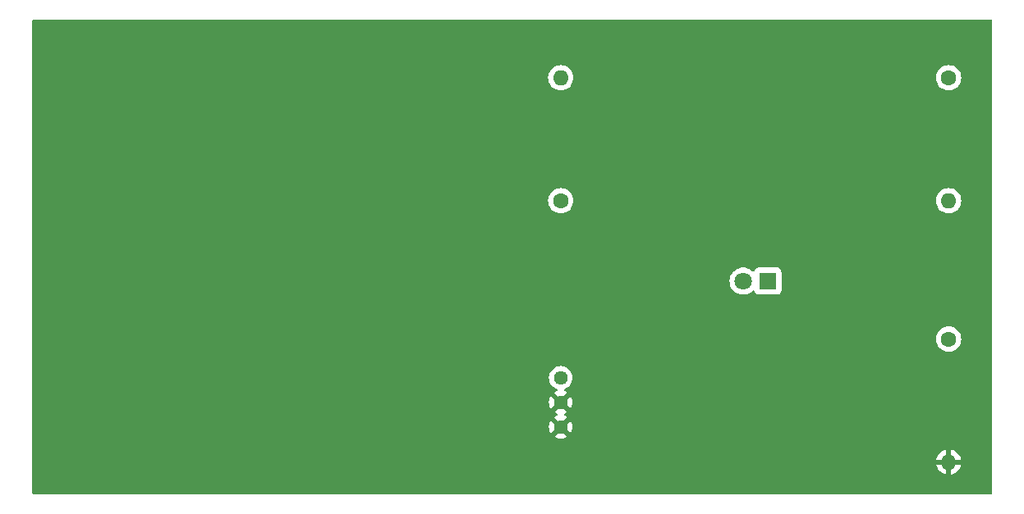
<source format=gbr>
%TF.GenerationSoftware,KiCad,Pcbnew,8.0.7*%
%TF.CreationDate,2025-01-07T09:59:24+09:00*%
%TF.ProjectId,WheatstoneBridge,57686561-7473-4746-9f6e-654272696467,rev?*%
%TF.SameCoordinates,Original*%
%TF.FileFunction,Copper,L2,Bot*%
%TF.FilePolarity,Positive*%
%FSLAX46Y46*%
G04 Gerber Fmt 4.6, Leading zero omitted, Abs format (unit mm)*
G04 Created by KiCad (PCBNEW 8.0.7) date 2025-01-07 09:59:24*
%MOMM*%
%LPD*%
G01*
G04 APERTURE LIST*
%TA.AperFunction,ComponentPad*%
%ADD10R,1.800000X1.800000*%
%TD*%
%TA.AperFunction,ComponentPad*%
%ADD11C,1.800000*%
%TD*%
%TA.AperFunction,ComponentPad*%
%ADD12C,1.440000*%
%TD*%
%TA.AperFunction,ComponentPad*%
%ADD13C,1.600000*%
%TD*%
%TA.AperFunction,ComponentPad*%
%ADD14O,1.600000X1.600000*%
%TD*%
G04 APERTURE END LIST*
D10*
%TO.P,D1,1,K*%
%TO.N,Net-(D1-K)*%
X176350000Y-77500000D03*
D11*
%TO.P,D1,2,A*%
%TO.N,Net-(D1-A)*%
X173810000Y-77500000D03*
%TD*%
D12*
%TO.P,RV1,1,1*%
%TO.N,GND*%
X155000000Y-92580000D03*
%TO.P,RV1,2,2*%
X155000000Y-90040000D03*
%TO.P,RV1,3,3*%
%TO.N,Net-(D1-A)*%
X155000000Y-87500000D03*
%TD*%
D13*
%TO.P,R1,1*%
%TO.N,Net-(D1-A)*%
X155000000Y-69200000D03*
D14*
%TO.P,R1,2*%
%TO.N,VCC*%
X155000000Y-56500000D03*
%TD*%
D13*
%TO.P,R3,1*%
%TO.N,Net-(D1-K)*%
X195000000Y-83500000D03*
D14*
%TO.P,R3,2*%
%TO.N,GND*%
X195000000Y-96200000D03*
%TD*%
D13*
%TO.P,R2,1*%
%TO.N,VCC*%
X195000000Y-56500000D03*
D14*
%TO.P,R2,2*%
%TO.N,Net-(D1-K)*%
X195000000Y-69200000D03*
%TD*%
%TA.AperFunction,Conductor*%
%TO.N,GND*%
G36*
X199442539Y-50520185D02*
G01*
X199488294Y-50572989D01*
X199499500Y-50624500D01*
X199499500Y-99375500D01*
X199479815Y-99442539D01*
X199427011Y-99488294D01*
X199375500Y-99499500D01*
X100624500Y-99499500D01*
X100557461Y-99479815D01*
X100511706Y-99427011D01*
X100500500Y-99375500D01*
X100500500Y-95949999D01*
X193721127Y-95949999D01*
X193721128Y-95950000D01*
X194684314Y-95950000D01*
X194679920Y-95954394D01*
X194627259Y-96045606D01*
X194600000Y-96147339D01*
X194600000Y-96252661D01*
X194627259Y-96354394D01*
X194679920Y-96445606D01*
X194684314Y-96450000D01*
X193721128Y-96450000D01*
X193773730Y-96646317D01*
X193773734Y-96646326D01*
X193869865Y-96852482D01*
X194000342Y-97038820D01*
X194161179Y-97199657D01*
X194347517Y-97330134D01*
X194553673Y-97426265D01*
X194553682Y-97426269D01*
X194749999Y-97478872D01*
X194750000Y-97478871D01*
X194750000Y-96515686D01*
X194754394Y-96520080D01*
X194845606Y-96572741D01*
X194947339Y-96600000D01*
X195052661Y-96600000D01*
X195154394Y-96572741D01*
X195245606Y-96520080D01*
X195250000Y-96515686D01*
X195250000Y-97478872D01*
X195446317Y-97426269D01*
X195446326Y-97426265D01*
X195652482Y-97330134D01*
X195838820Y-97199657D01*
X195999657Y-97038820D01*
X196130134Y-96852482D01*
X196226265Y-96646326D01*
X196226269Y-96646317D01*
X196278872Y-96450000D01*
X195315686Y-96450000D01*
X195320080Y-96445606D01*
X195372741Y-96354394D01*
X195400000Y-96252661D01*
X195400000Y-96147339D01*
X195372741Y-96045606D01*
X195320080Y-95954394D01*
X195315686Y-95950000D01*
X196278872Y-95950000D01*
X196278872Y-95949999D01*
X196226269Y-95753682D01*
X196226265Y-95753673D01*
X196130134Y-95547517D01*
X195999657Y-95361179D01*
X195838820Y-95200342D01*
X195652482Y-95069865D01*
X195446328Y-94973734D01*
X195250000Y-94921127D01*
X195250000Y-95884314D01*
X195245606Y-95879920D01*
X195154394Y-95827259D01*
X195052661Y-95800000D01*
X194947339Y-95800000D01*
X194845606Y-95827259D01*
X194754394Y-95879920D01*
X194750000Y-95884314D01*
X194750000Y-94921127D01*
X194553671Y-94973734D01*
X194347517Y-95069865D01*
X194161179Y-95200342D01*
X194000342Y-95361179D01*
X193869865Y-95547517D01*
X193773734Y-95753673D01*
X193773730Y-95753682D01*
X193721127Y-95949999D01*
X100500500Y-95949999D01*
X100500500Y-87499998D01*
X153774838Y-87499998D01*
X153774838Y-87500001D01*
X153793450Y-87712741D01*
X153793452Y-87712752D01*
X153848721Y-87919022D01*
X153848723Y-87919026D01*
X153848724Y-87919030D01*
X153891171Y-88010058D01*
X153938977Y-88112578D01*
X154061472Y-88287521D01*
X154212478Y-88438527D01*
X154212481Y-88438529D01*
X154387419Y-88561021D01*
X154387421Y-88561022D01*
X154387420Y-88561022D01*
X154451936Y-88591106D01*
X154580970Y-88651276D01*
X154580983Y-88651279D01*
X154586064Y-88653130D01*
X154585390Y-88654978D01*
X154637680Y-88686857D01*
X154668204Y-88749707D01*
X154659903Y-88819082D01*
X154615413Y-88872956D01*
X154585904Y-88886432D01*
X154586236Y-88887342D01*
X154581140Y-88889197D01*
X154387671Y-88979412D01*
X154387669Y-88979413D01*
X154331969Y-89018415D01*
X154331968Y-89018415D01*
X154953554Y-89640000D01*
X154947339Y-89640000D01*
X154845606Y-89667259D01*
X154754394Y-89719920D01*
X154679920Y-89794394D01*
X154627259Y-89885606D01*
X154600000Y-89987339D01*
X154600000Y-89993553D01*
X153978415Y-89371968D01*
X153978415Y-89371969D01*
X153939413Y-89427669D01*
X153939412Y-89427671D01*
X153849197Y-89621140D01*
X153849194Y-89621146D01*
X153793945Y-89827337D01*
X153793944Y-89827345D01*
X153775340Y-90039997D01*
X153775340Y-90040002D01*
X153793944Y-90252654D01*
X153793945Y-90252662D01*
X153849194Y-90458853D01*
X153849197Y-90458859D01*
X153939413Y-90652329D01*
X153978415Y-90708030D01*
X154600000Y-90086445D01*
X154600000Y-90092661D01*
X154627259Y-90194394D01*
X154679920Y-90285606D01*
X154754394Y-90360080D01*
X154845606Y-90412741D01*
X154947339Y-90440000D01*
X154953554Y-90440000D01*
X154331968Y-91061584D01*
X154387663Y-91100582D01*
X154387669Y-91100586D01*
X154581140Y-91190802D01*
X154586236Y-91192658D01*
X154585643Y-91194285D01*
X154638645Y-91226596D01*
X154669170Y-91289445D01*
X154660871Y-91358820D01*
X154616383Y-91412695D01*
X154585961Y-91426587D01*
X154586236Y-91427342D01*
X154581140Y-91429197D01*
X154387671Y-91519412D01*
X154387669Y-91519413D01*
X154331969Y-91558415D01*
X154331968Y-91558415D01*
X154953554Y-92180000D01*
X154947339Y-92180000D01*
X154845606Y-92207259D01*
X154754394Y-92259920D01*
X154679920Y-92334394D01*
X154627259Y-92425606D01*
X154600000Y-92527339D01*
X154600000Y-92533553D01*
X153978415Y-91911968D01*
X153978415Y-91911969D01*
X153939413Y-91967669D01*
X153939412Y-91967671D01*
X153849197Y-92161140D01*
X153849194Y-92161146D01*
X153793945Y-92367337D01*
X153793944Y-92367345D01*
X153775340Y-92579997D01*
X153775340Y-92580002D01*
X153793944Y-92792654D01*
X153793945Y-92792662D01*
X153849194Y-92998853D01*
X153849197Y-92998859D01*
X153939413Y-93192329D01*
X153978415Y-93248030D01*
X154600000Y-92626445D01*
X154600000Y-92632661D01*
X154627259Y-92734394D01*
X154679920Y-92825606D01*
X154754394Y-92900080D01*
X154845606Y-92952741D01*
X154947339Y-92980000D01*
X154953554Y-92980000D01*
X154331968Y-93601584D01*
X154387663Y-93640582D01*
X154387669Y-93640586D01*
X154581140Y-93730802D01*
X154581146Y-93730805D01*
X154787337Y-93786054D01*
X154787345Y-93786055D01*
X154999998Y-93804660D01*
X155000002Y-93804660D01*
X155212654Y-93786055D01*
X155212662Y-93786054D01*
X155418853Y-93730805D01*
X155418864Y-93730801D01*
X155612325Y-93640589D01*
X155668030Y-93601583D01*
X155046447Y-92980000D01*
X155052661Y-92980000D01*
X155154394Y-92952741D01*
X155245606Y-92900080D01*
X155320080Y-92825606D01*
X155372741Y-92734394D01*
X155400000Y-92632661D01*
X155400000Y-92626446D01*
X156021583Y-93248029D01*
X156060589Y-93192325D01*
X156150801Y-92998864D01*
X156150805Y-92998853D01*
X156206054Y-92792662D01*
X156206055Y-92792654D01*
X156224660Y-92580002D01*
X156224660Y-92579997D01*
X156206055Y-92367345D01*
X156206054Y-92367337D01*
X156150805Y-92161146D01*
X156150802Y-92161140D01*
X156060586Y-91967669D01*
X156060582Y-91967663D01*
X156021584Y-91911968D01*
X155400000Y-92533552D01*
X155400000Y-92527339D01*
X155372741Y-92425606D01*
X155320080Y-92334394D01*
X155245606Y-92259920D01*
X155154394Y-92207259D01*
X155052661Y-92180000D01*
X155046447Y-92180000D01*
X155668030Y-91558415D01*
X155612329Y-91519413D01*
X155418859Y-91429197D01*
X155413764Y-91427342D01*
X155414357Y-91425712D01*
X155361361Y-91393412D01*
X155330830Y-91330565D01*
X155339124Y-91261190D01*
X155383608Y-91207311D01*
X155414039Y-91193413D01*
X155413764Y-91192658D01*
X155418864Y-91190801D01*
X155612325Y-91100589D01*
X155668030Y-91061583D01*
X155046447Y-90440000D01*
X155052661Y-90440000D01*
X155154394Y-90412741D01*
X155245606Y-90360080D01*
X155320080Y-90285606D01*
X155372741Y-90194394D01*
X155400000Y-90092661D01*
X155400000Y-90086446D01*
X156021583Y-90708029D01*
X156060589Y-90652325D01*
X156150801Y-90458864D01*
X156150805Y-90458853D01*
X156206054Y-90252662D01*
X156206055Y-90252654D01*
X156224660Y-90040002D01*
X156224660Y-90039997D01*
X156206055Y-89827345D01*
X156206054Y-89827337D01*
X156150805Y-89621146D01*
X156150802Y-89621140D01*
X156060586Y-89427669D01*
X156060582Y-89427663D01*
X156021584Y-89371968D01*
X155400000Y-89993552D01*
X155400000Y-89987339D01*
X155372741Y-89885606D01*
X155320080Y-89794394D01*
X155245606Y-89719920D01*
X155154394Y-89667259D01*
X155052661Y-89640000D01*
X155046447Y-89640000D01*
X155668030Y-89018415D01*
X155612329Y-88979413D01*
X155418859Y-88889197D01*
X155413764Y-88887342D01*
X155414455Y-88885443D01*
X155362325Y-88853667D01*
X155331797Y-88790820D01*
X155340093Y-88721444D01*
X155384579Y-88667567D01*
X155414257Y-88654014D01*
X155413936Y-88653130D01*
X155419013Y-88651280D01*
X155419030Y-88651276D01*
X155612581Y-88561021D01*
X155787519Y-88438529D01*
X155938529Y-88287519D01*
X156061021Y-88112581D01*
X156151276Y-87919030D01*
X156206549Y-87712747D01*
X156225162Y-87500000D01*
X156206549Y-87287253D01*
X156151276Y-87080970D01*
X156061021Y-86887419D01*
X155938529Y-86712481D01*
X155938527Y-86712478D01*
X155787521Y-86561472D01*
X155612578Y-86438977D01*
X155612579Y-86438977D01*
X155483547Y-86378809D01*
X155419030Y-86348724D01*
X155419026Y-86348723D01*
X155419022Y-86348721D01*
X155212752Y-86293452D01*
X155212748Y-86293451D01*
X155212747Y-86293451D01*
X155212746Y-86293450D01*
X155212741Y-86293450D01*
X155000002Y-86274838D01*
X154999998Y-86274838D01*
X154787258Y-86293450D01*
X154787247Y-86293452D01*
X154580977Y-86348721D01*
X154580968Y-86348725D01*
X154387421Y-86438977D01*
X154212478Y-86561472D01*
X154061472Y-86712478D01*
X153938977Y-86887421D01*
X153848725Y-87080968D01*
X153848721Y-87080977D01*
X153793452Y-87287247D01*
X153793450Y-87287258D01*
X153774838Y-87499998D01*
X100500500Y-87499998D01*
X100500500Y-83499998D01*
X193694532Y-83499998D01*
X193694532Y-83500001D01*
X193714364Y-83726686D01*
X193714366Y-83726697D01*
X193773258Y-83946488D01*
X193773261Y-83946497D01*
X193869431Y-84152732D01*
X193869432Y-84152734D01*
X193999954Y-84339141D01*
X194160858Y-84500045D01*
X194160861Y-84500047D01*
X194347266Y-84630568D01*
X194553504Y-84726739D01*
X194773308Y-84785635D01*
X194935230Y-84799801D01*
X194999998Y-84805468D01*
X195000000Y-84805468D01*
X195000002Y-84805468D01*
X195056673Y-84800509D01*
X195226692Y-84785635D01*
X195446496Y-84726739D01*
X195652734Y-84630568D01*
X195839139Y-84500047D01*
X196000047Y-84339139D01*
X196130568Y-84152734D01*
X196226739Y-83946496D01*
X196285635Y-83726692D01*
X196305468Y-83500000D01*
X196285635Y-83273308D01*
X196226739Y-83053504D01*
X196130568Y-82847266D01*
X196000047Y-82660861D01*
X196000045Y-82660858D01*
X195839141Y-82499954D01*
X195652734Y-82369432D01*
X195652732Y-82369431D01*
X195446497Y-82273261D01*
X195446488Y-82273258D01*
X195226697Y-82214366D01*
X195226693Y-82214365D01*
X195226692Y-82214365D01*
X195226691Y-82214364D01*
X195226686Y-82214364D01*
X195000002Y-82194532D01*
X194999998Y-82194532D01*
X194773313Y-82214364D01*
X194773302Y-82214366D01*
X194553511Y-82273258D01*
X194553502Y-82273261D01*
X194347267Y-82369431D01*
X194347265Y-82369432D01*
X194160858Y-82499954D01*
X193999954Y-82660858D01*
X193869432Y-82847265D01*
X193869431Y-82847267D01*
X193773261Y-83053502D01*
X193773258Y-83053511D01*
X193714366Y-83273302D01*
X193714364Y-83273313D01*
X193694532Y-83499998D01*
X100500500Y-83499998D01*
X100500500Y-77499993D01*
X172404700Y-77499993D01*
X172404700Y-77500006D01*
X172423864Y-77731297D01*
X172423866Y-77731308D01*
X172480842Y-77956300D01*
X172574075Y-78168848D01*
X172701016Y-78363147D01*
X172701019Y-78363151D01*
X172701021Y-78363153D01*
X172858216Y-78533913D01*
X172858219Y-78533915D01*
X172858222Y-78533918D01*
X173041365Y-78676464D01*
X173041371Y-78676468D01*
X173041374Y-78676470D01*
X173245497Y-78786936D01*
X173359487Y-78826068D01*
X173465015Y-78862297D01*
X173465017Y-78862297D01*
X173465019Y-78862298D01*
X173693951Y-78900500D01*
X173693952Y-78900500D01*
X173926048Y-78900500D01*
X173926049Y-78900500D01*
X174154981Y-78862298D01*
X174374503Y-78786936D01*
X174578626Y-78676470D01*
X174761784Y-78533913D01*
X174770130Y-78524846D01*
X174830010Y-78488854D01*
X174899849Y-78490949D01*
X174957468Y-78530469D01*
X174977544Y-78565491D01*
X175006203Y-78642330D01*
X175006206Y-78642335D01*
X175092452Y-78757544D01*
X175092455Y-78757547D01*
X175207664Y-78843793D01*
X175207671Y-78843797D01*
X175342517Y-78894091D01*
X175342516Y-78894091D01*
X175349444Y-78894835D01*
X175402127Y-78900500D01*
X177297872Y-78900499D01*
X177357483Y-78894091D01*
X177492331Y-78843796D01*
X177607546Y-78757546D01*
X177693796Y-78642331D01*
X177744091Y-78507483D01*
X177750500Y-78447873D01*
X177750499Y-76552128D01*
X177744091Y-76492517D01*
X177734233Y-76466087D01*
X177693797Y-76357671D01*
X177693793Y-76357664D01*
X177607547Y-76242455D01*
X177607544Y-76242452D01*
X177492335Y-76156206D01*
X177492328Y-76156202D01*
X177357482Y-76105908D01*
X177357483Y-76105908D01*
X177297883Y-76099501D01*
X177297881Y-76099500D01*
X177297873Y-76099500D01*
X177297864Y-76099500D01*
X175402129Y-76099500D01*
X175402123Y-76099501D01*
X175342516Y-76105908D01*
X175207671Y-76156202D01*
X175207664Y-76156206D01*
X175092455Y-76242452D01*
X175092452Y-76242455D01*
X175006206Y-76357664D01*
X175006203Y-76357670D01*
X174977544Y-76434508D01*
X174935672Y-76490441D01*
X174870208Y-76514858D01*
X174801935Y-76500006D01*
X174770135Y-76475158D01*
X174761784Y-76466087D01*
X174761778Y-76466082D01*
X174761777Y-76466081D01*
X174578634Y-76323535D01*
X174578628Y-76323531D01*
X174374504Y-76213064D01*
X174374495Y-76213061D01*
X174154984Y-76137702D01*
X173964450Y-76105908D01*
X173926049Y-76099500D01*
X173693951Y-76099500D01*
X173655550Y-76105908D01*
X173465015Y-76137702D01*
X173245504Y-76213061D01*
X173245495Y-76213064D01*
X173041371Y-76323531D01*
X173041365Y-76323535D01*
X172858222Y-76466081D01*
X172858219Y-76466084D01*
X172858216Y-76466086D01*
X172858216Y-76466087D01*
X172813319Y-76514858D01*
X172701016Y-76636852D01*
X172574075Y-76831151D01*
X172480842Y-77043699D01*
X172423866Y-77268691D01*
X172423864Y-77268702D01*
X172404700Y-77499993D01*
X100500500Y-77499993D01*
X100500500Y-69199998D01*
X153694532Y-69199998D01*
X153694532Y-69200001D01*
X153714364Y-69426686D01*
X153714366Y-69426697D01*
X153773258Y-69646488D01*
X153773261Y-69646497D01*
X153869431Y-69852732D01*
X153869432Y-69852734D01*
X153999954Y-70039141D01*
X154160858Y-70200045D01*
X154160861Y-70200047D01*
X154347266Y-70330568D01*
X154553504Y-70426739D01*
X154773308Y-70485635D01*
X154935230Y-70499801D01*
X154999998Y-70505468D01*
X155000000Y-70505468D01*
X155000002Y-70505468D01*
X155056673Y-70500509D01*
X155226692Y-70485635D01*
X155446496Y-70426739D01*
X155652734Y-70330568D01*
X155839139Y-70200047D01*
X156000047Y-70039139D01*
X156130568Y-69852734D01*
X156226739Y-69646496D01*
X156285635Y-69426692D01*
X156305468Y-69200000D01*
X156305468Y-69199998D01*
X193694532Y-69199998D01*
X193694532Y-69200001D01*
X193714364Y-69426686D01*
X193714366Y-69426697D01*
X193773258Y-69646488D01*
X193773261Y-69646497D01*
X193869431Y-69852732D01*
X193869432Y-69852734D01*
X193999954Y-70039141D01*
X194160858Y-70200045D01*
X194160861Y-70200047D01*
X194347266Y-70330568D01*
X194553504Y-70426739D01*
X194773308Y-70485635D01*
X194935230Y-70499801D01*
X194999998Y-70505468D01*
X195000000Y-70505468D01*
X195000002Y-70505468D01*
X195056673Y-70500509D01*
X195226692Y-70485635D01*
X195446496Y-70426739D01*
X195652734Y-70330568D01*
X195839139Y-70200047D01*
X196000047Y-70039139D01*
X196130568Y-69852734D01*
X196226739Y-69646496D01*
X196285635Y-69426692D01*
X196305468Y-69200000D01*
X196285635Y-68973308D01*
X196226739Y-68753504D01*
X196130568Y-68547266D01*
X196000047Y-68360861D01*
X196000045Y-68360858D01*
X195839141Y-68199954D01*
X195652734Y-68069432D01*
X195652732Y-68069431D01*
X195446497Y-67973261D01*
X195446488Y-67973258D01*
X195226697Y-67914366D01*
X195226693Y-67914365D01*
X195226692Y-67914365D01*
X195226691Y-67914364D01*
X195226686Y-67914364D01*
X195000002Y-67894532D01*
X194999998Y-67894532D01*
X194773313Y-67914364D01*
X194773302Y-67914366D01*
X194553511Y-67973258D01*
X194553502Y-67973261D01*
X194347267Y-68069431D01*
X194347265Y-68069432D01*
X194160858Y-68199954D01*
X193999954Y-68360858D01*
X193869432Y-68547265D01*
X193869431Y-68547267D01*
X193773261Y-68753502D01*
X193773258Y-68753511D01*
X193714366Y-68973302D01*
X193714364Y-68973313D01*
X193694532Y-69199998D01*
X156305468Y-69199998D01*
X156285635Y-68973308D01*
X156226739Y-68753504D01*
X156130568Y-68547266D01*
X156000047Y-68360861D01*
X156000045Y-68360858D01*
X155839141Y-68199954D01*
X155652734Y-68069432D01*
X155652732Y-68069431D01*
X155446497Y-67973261D01*
X155446488Y-67973258D01*
X155226697Y-67914366D01*
X155226693Y-67914365D01*
X155226692Y-67914365D01*
X155226691Y-67914364D01*
X155226686Y-67914364D01*
X155000002Y-67894532D01*
X154999998Y-67894532D01*
X154773313Y-67914364D01*
X154773302Y-67914366D01*
X154553511Y-67973258D01*
X154553502Y-67973261D01*
X154347267Y-68069431D01*
X154347265Y-68069432D01*
X154160858Y-68199954D01*
X153999954Y-68360858D01*
X153869432Y-68547265D01*
X153869431Y-68547267D01*
X153773261Y-68753502D01*
X153773258Y-68753511D01*
X153714366Y-68973302D01*
X153714364Y-68973313D01*
X153694532Y-69199998D01*
X100500500Y-69199998D01*
X100500500Y-56499998D01*
X153694532Y-56499998D01*
X153694532Y-56500001D01*
X153714364Y-56726686D01*
X153714366Y-56726697D01*
X153773258Y-56946488D01*
X153773261Y-56946497D01*
X153869431Y-57152732D01*
X153869432Y-57152734D01*
X153999954Y-57339141D01*
X154160858Y-57500045D01*
X154160861Y-57500047D01*
X154347266Y-57630568D01*
X154553504Y-57726739D01*
X154773308Y-57785635D01*
X154935230Y-57799801D01*
X154999998Y-57805468D01*
X155000000Y-57805468D01*
X155000002Y-57805468D01*
X155056673Y-57800509D01*
X155226692Y-57785635D01*
X155446496Y-57726739D01*
X155652734Y-57630568D01*
X155839139Y-57500047D01*
X156000047Y-57339139D01*
X156130568Y-57152734D01*
X156226739Y-56946496D01*
X156285635Y-56726692D01*
X156305468Y-56500000D01*
X156305468Y-56499998D01*
X193694532Y-56499998D01*
X193694532Y-56500001D01*
X193714364Y-56726686D01*
X193714366Y-56726697D01*
X193773258Y-56946488D01*
X193773261Y-56946497D01*
X193869431Y-57152732D01*
X193869432Y-57152734D01*
X193999954Y-57339141D01*
X194160858Y-57500045D01*
X194160861Y-57500047D01*
X194347266Y-57630568D01*
X194553504Y-57726739D01*
X194773308Y-57785635D01*
X194935230Y-57799801D01*
X194999998Y-57805468D01*
X195000000Y-57805468D01*
X195000002Y-57805468D01*
X195056673Y-57800509D01*
X195226692Y-57785635D01*
X195446496Y-57726739D01*
X195652734Y-57630568D01*
X195839139Y-57500047D01*
X196000047Y-57339139D01*
X196130568Y-57152734D01*
X196226739Y-56946496D01*
X196285635Y-56726692D01*
X196305468Y-56500000D01*
X196285635Y-56273308D01*
X196226739Y-56053504D01*
X196130568Y-55847266D01*
X196000047Y-55660861D01*
X196000045Y-55660858D01*
X195839141Y-55499954D01*
X195652734Y-55369432D01*
X195652732Y-55369431D01*
X195446497Y-55273261D01*
X195446488Y-55273258D01*
X195226697Y-55214366D01*
X195226693Y-55214365D01*
X195226692Y-55214365D01*
X195226691Y-55214364D01*
X195226686Y-55214364D01*
X195000002Y-55194532D01*
X194999998Y-55194532D01*
X194773313Y-55214364D01*
X194773302Y-55214366D01*
X194553511Y-55273258D01*
X194553502Y-55273261D01*
X194347267Y-55369431D01*
X194347265Y-55369432D01*
X194160858Y-55499954D01*
X193999954Y-55660858D01*
X193869432Y-55847265D01*
X193869431Y-55847267D01*
X193773261Y-56053502D01*
X193773258Y-56053511D01*
X193714366Y-56273302D01*
X193714364Y-56273313D01*
X193694532Y-56499998D01*
X156305468Y-56499998D01*
X156285635Y-56273308D01*
X156226739Y-56053504D01*
X156130568Y-55847266D01*
X156000047Y-55660861D01*
X156000045Y-55660858D01*
X155839141Y-55499954D01*
X155652734Y-55369432D01*
X155652732Y-55369431D01*
X155446497Y-55273261D01*
X155446488Y-55273258D01*
X155226697Y-55214366D01*
X155226693Y-55214365D01*
X155226692Y-55214365D01*
X155226691Y-55214364D01*
X155226686Y-55214364D01*
X155000002Y-55194532D01*
X154999998Y-55194532D01*
X154773313Y-55214364D01*
X154773302Y-55214366D01*
X154553511Y-55273258D01*
X154553502Y-55273261D01*
X154347267Y-55369431D01*
X154347265Y-55369432D01*
X154160858Y-55499954D01*
X153999954Y-55660858D01*
X153869432Y-55847265D01*
X153869431Y-55847267D01*
X153773261Y-56053502D01*
X153773258Y-56053511D01*
X153714366Y-56273302D01*
X153714364Y-56273313D01*
X153694532Y-56499998D01*
X100500500Y-56499998D01*
X100500500Y-50624500D01*
X100520185Y-50557461D01*
X100572989Y-50511706D01*
X100624500Y-50500500D01*
X199375500Y-50500500D01*
X199442539Y-50520185D01*
G37*
%TD.AperFunction*%
%TD*%
M02*

</source>
